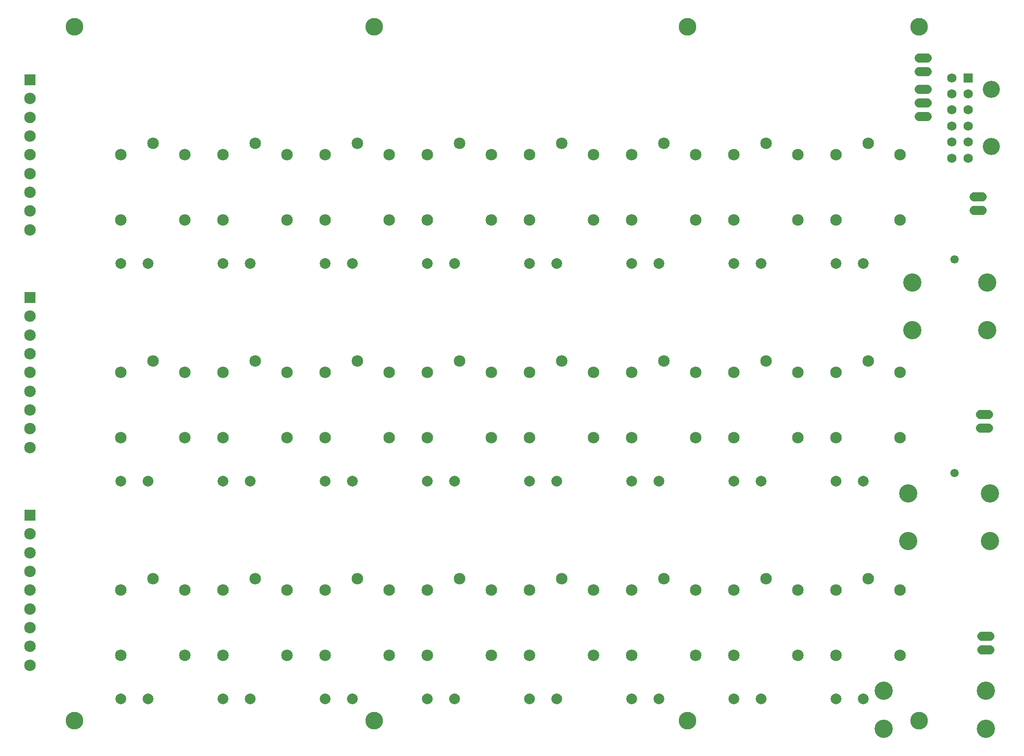
<source format=gbs>
G75*
G70*
%OFA0B0*%
%FSLAX24Y24*%
%IPPOS*%
%LPD*%
%AMOC8*
5,1,8,0,0,1.08239X$1,22.5*
%
%ADD10C,0.1300*%
%ADD11C,0.1340*%
%ADD12C,0.0671*%
%ADD13C,0.1261*%
%ADD14C,0.0682*%
%ADD15R,0.0682X0.0682*%
%ADD16C,0.0848*%
%ADD17C,0.0789*%
%ADD18R,0.0848X0.0848*%
%ADD19C,0.0611*%
D10*
X010386Y002992D03*
X032386Y002992D03*
X055386Y002992D03*
X072386Y002992D03*
X072386Y053992D03*
X055386Y053992D03*
X032386Y053992D03*
X010386Y053992D03*
D11*
X071586Y019689D03*
X071586Y016189D03*
X077586Y016189D03*
X077586Y019689D03*
X077386Y031689D03*
X077386Y035189D03*
X071886Y035189D03*
X071886Y031689D03*
X069786Y005189D03*
X069786Y002389D03*
X077286Y002389D03*
X077286Y005189D03*
D12*
X076991Y008189D02*
X077582Y008189D01*
X077582Y009189D02*
X076991Y009189D01*
X076891Y024489D02*
X077482Y024489D01*
X077482Y025489D02*
X076891Y025489D01*
X077032Y040489D02*
X076441Y040489D01*
X076441Y041489D02*
X077032Y041489D01*
X072982Y047389D02*
X072391Y047389D01*
X072391Y048389D02*
X072982Y048389D01*
X072982Y049389D02*
X072391Y049389D01*
X072391Y050689D02*
X072982Y050689D01*
X072982Y051689D02*
X072391Y051689D01*
D13*
X077686Y049396D03*
X077686Y045183D03*
D14*
X075986Y045518D03*
X075986Y046699D03*
X075986Y047880D03*
X075986Y049061D03*
X074805Y049061D03*
X074805Y050242D03*
X074805Y047880D03*
X074805Y046699D03*
X074805Y045518D03*
X074805Y044337D03*
X075986Y044337D03*
D15*
X075986Y050242D03*
D16*
X007142Y007077D03*
X007142Y008455D03*
X007142Y009833D03*
X007142Y011211D03*
X007142Y012589D03*
X007142Y013967D03*
X007142Y015345D03*
X007142Y016723D03*
X013786Y012589D03*
X016149Y013416D03*
X018511Y012589D03*
X021286Y012589D03*
X023649Y013416D03*
X026011Y012589D03*
X028786Y012589D03*
X031149Y013416D03*
X033511Y012589D03*
X036286Y012589D03*
X038649Y013416D03*
X041011Y012589D03*
X043786Y012589D03*
X046149Y013416D03*
X048511Y012589D03*
X051286Y012589D03*
X053649Y013416D03*
X056011Y012589D03*
X058786Y012589D03*
X061149Y013416D03*
X063511Y012589D03*
X066286Y012589D03*
X068649Y013416D03*
X071011Y012589D03*
X071011Y007786D03*
X066286Y007786D03*
X063511Y007786D03*
X058786Y007786D03*
X056011Y007786D03*
X051286Y007786D03*
X048511Y007786D03*
X043786Y007786D03*
X041011Y007786D03*
X036286Y007786D03*
X033511Y007786D03*
X028786Y007786D03*
X026011Y007786D03*
X021286Y007786D03*
X018511Y007786D03*
X013786Y007786D03*
X007142Y023077D03*
X007142Y024455D03*
X007142Y025833D03*
X007142Y027211D03*
X007142Y028589D03*
X007142Y029967D03*
X007142Y031345D03*
X007142Y032723D03*
X013786Y028589D03*
X016149Y029416D03*
X018511Y028589D03*
X021286Y028589D03*
X023649Y029416D03*
X026011Y028589D03*
X028786Y028589D03*
X031149Y029416D03*
X033511Y028589D03*
X036286Y028589D03*
X038649Y029416D03*
X041011Y028589D03*
X043786Y028589D03*
X046149Y029416D03*
X048511Y028589D03*
X051286Y028589D03*
X053649Y029416D03*
X056011Y028589D03*
X058786Y028589D03*
X061149Y029416D03*
X063511Y028589D03*
X066286Y028589D03*
X068649Y029416D03*
X071011Y028589D03*
X071011Y023786D03*
X066286Y023786D03*
X063511Y023786D03*
X058786Y023786D03*
X056011Y023786D03*
X051286Y023786D03*
X048511Y023786D03*
X043786Y023786D03*
X041011Y023786D03*
X036286Y023786D03*
X033511Y023786D03*
X028786Y023786D03*
X026011Y023786D03*
X021286Y023786D03*
X018511Y023786D03*
X013786Y023786D03*
X007142Y039077D03*
X007142Y040455D03*
X007142Y041833D03*
X007142Y043211D03*
X007142Y044589D03*
X007142Y045967D03*
X007142Y047345D03*
X007142Y048723D03*
X013786Y044589D03*
X016149Y045416D03*
X018511Y044589D03*
X021286Y044589D03*
X023649Y045416D03*
X026011Y044589D03*
X028786Y044589D03*
X031149Y045416D03*
X033511Y044589D03*
X036286Y044589D03*
X038649Y045416D03*
X041011Y044589D03*
X043786Y044589D03*
X046149Y045416D03*
X048511Y044589D03*
X051286Y044589D03*
X053649Y045416D03*
X056011Y044589D03*
X058786Y044589D03*
X061149Y045416D03*
X063511Y044589D03*
X066286Y044589D03*
X068649Y045416D03*
X071011Y044589D03*
X071011Y039786D03*
X066286Y039786D03*
X063511Y039786D03*
X058786Y039786D03*
X056011Y039786D03*
X051286Y039786D03*
X048511Y039786D03*
X043786Y039786D03*
X041011Y039786D03*
X036286Y039786D03*
X033511Y039786D03*
X028786Y039786D03*
X026011Y039786D03*
X021286Y039786D03*
X018511Y039786D03*
X013786Y039786D03*
D17*
X013786Y036589D03*
X015786Y036589D03*
X021286Y036589D03*
X023286Y036589D03*
X028786Y036589D03*
X030786Y036589D03*
X036286Y036589D03*
X038286Y036589D03*
X043786Y036589D03*
X045786Y036589D03*
X051286Y036589D03*
X053286Y036589D03*
X058786Y036589D03*
X060786Y036589D03*
X066286Y036589D03*
X068286Y036589D03*
X068286Y020589D03*
X066286Y020589D03*
X060786Y020589D03*
X058786Y020589D03*
X053286Y020589D03*
X051286Y020589D03*
X045786Y020589D03*
X043786Y020589D03*
X038286Y020589D03*
X036286Y020589D03*
X030786Y020589D03*
X028786Y020589D03*
X023286Y020589D03*
X021286Y020589D03*
X015786Y020589D03*
X013786Y020589D03*
X013786Y004589D03*
X015786Y004589D03*
X021286Y004589D03*
X023286Y004589D03*
X028786Y004589D03*
X030786Y004589D03*
X036286Y004589D03*
X038286Y004589D03*
X043786Y004589D03*
X045786Y004589D03*
X051286Y004589D03*
X053286Y004589D03*
X058786Y004589D03*
X060786Y004589D03*
X066286Y004589D03*
X068286Y004589D03*
D18*
X007142Y018101D03*
X007142Y034101D03*
X007142Y050101D03*
D19*
X074986Y036889D03*
X074986Y021189D03*
M02*

</source>
